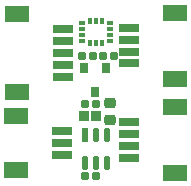
<source format=gbr>
%TF.GenerationSoftware,Altium Limited,Altium Designer,25.8.1 (18)*%
G04 Layer_Color=16711935*
%FSLAX45Y45*%
%MOMM*%
%TF.SameCoordinates,FA375CC0-2FD2-4ECC-8A36-5D8544C57DAF*%
%TF.FilePolarity,Negative*%
%TF.FileFunction,Soldermask,Bot*%
%TF.Part,Single*%
G01*
G75*
%TA.AperFunction,SMDPad,CuDef*%
G04:AMPARAMS|DCode=24|XSize=1.23971mm|YSize=0.52583mm|CornerRadius=0.26292mm|HoleSize=0mm|Usage=FLASHONLY|Rotation=270.000|XOffset=0mm|YOffset=0mm|HoleType=Round|Shape=RoundedRectangle|*
%AMROUNDEDRECTD24*
21,1,1.23971,0.00000,0,0,270.0*
21,1,0.71388,0.52583,0,0,270.0*
1,1,0.52583,0.00000,-0.35694*
1,1,0.52583,0.00000,0.35694*
1,1,0.52583,0.00000,0.35694*
1,1,0.52583,0.00000,-0.35694*
%
%ADD24ROUNDEDRECTD24*%
%ADD28R,0.52583X1.23971*%
G04:AMPARAMS|DCode=36|XSize=0.9632mm|YSize=0.8636mm|CornerRadius=0.18415mm|HoleSize=0mm|Usage=FLASHONLY|Rotation=180.000|XOffset=0mm|YOffset=0mm|HoleType=Round|Shape=RoundedRectangle|*
%AMROUNDEDRECTD36*
21,1,0.96320,0.49530,0,0,180.0*
21,1,0.59490,0.86360,0,0,180.0*
1,1,0.36830,-0.29745,0.24765*
1,1,0.36830,0.29745,0.24765*
1,1,0.36830,0.29745,-0.24765*
1,1,0.36830,-0.29745,-0.24765*
%
%ADD36ROUNDEDRECTD36*%
%ADD38R,1.75320X0.80320*%
G04:AMPARAMS|DCode=40|XSize=0.7532mm|YSize=0.7032mm|CornerRadius=0.1641mm|HoleSize=0mm|Usage=FLASHONLY|Rotation=90.000|XOffset=0mm|YOffset=0mm|HoleType=Round|Shape=RoundedRectangle|*
%AMROUNDEDRECTD40*
21,1,0.75320,0.37500,0,0,90.0*
21,1,0.42500,0.70320,0,0,90.0*
1,1,0.32820,0.18750,0.21250*
1,1,0.32820,0.18750,-0.21250*
1,1,0.32820,-0.18750,-0.21250*
1,1,0.32820,-0.18750,0.21250*
%
%ADD40ROUNDEDRECTD40*%
%ADD43R,0.85320X0.85320*%
%ADD45R,2.00320X1.40320*%
%ADD46R,0.35000X0.57500*%
%ADD47R,0.80320X0.90320*%
%ADD48R,0.57500X0.35000*%
D24*
X3066800Y2347250D02*
D03*
Y2580350D02*
D03*
X2971800D02*
D03*
Y2347250D02*
D03*
X2876800D02*
D03*
D28*
Y2580350D02*
D03*
D36*
X3086100Y2711300D02*
D03*
Y2851300D02*
D03*
D38*
X3251200Y3190100D02*
D03*
Y2589200D02*
D03*
Y2389200D02*
D03*
X2692400Y3476600D02*
D03*
X2683400Y2614600D02*
D03*
X3251200Y3490100D02*
D03*
Y3390100D02*
D03*
Y3290100D02*
D03*
X2683400Y2414600D02*
D03*
X2692400Y3176600D02*
D03*
Y3076600D02*
D03*
X2683400Y2514600D02*
D03*
X2692400Y3276600D02*
D03*
Y3376600D02*
D03*
X3251200Y2689200D02*
D03*
Y2489200D02*
D03*
D40*
X2940600Y3251200D02*
D03*
X2850600D02*
D03*
X3028400D02*
D03*
X2966000Y2844800D02*
D03*
X3118400Y3251200D02*
D03*
X2966000Y2235200D02*
D03*
X2876000D02*
D03*
Y2844800D02*
D03*
D43*
X2971000Y2743200D02*
D03*
X2871000D02*
D03*
D45*
X3638700Y3060100D02*
D03*
Y3620100D02*
D03*
X2304900Y3606600D02*
D03*
Y2946600D02*
D03*
X3638700Y2259200D02*
D03*
Y2819200D02*
D03*
X2295900Y2284600D02*
D03*
Y2744600D02*
D03*
D46*
X2971800Y3363150D02*
D03*
X3021800D02*
D03*
X2971800Y3545650D02*
D03*
X2921800D02*
D03*
X3021800D02*
D03*
X2921800Y3363150D02*
D03*
D47*
X2864100Y3148000D02*
D03*
X3054100D02*
D03*
X2959100Y2948000D02*
D03*
D48*
X2855550Y3379400D02*
D03*
X3088050Y3529400D02*
D03*
X2855550Y3429400D02*
D03*
Y3479400D02*
D03*
Y3529400D02*
D03*
X3088050Y3479400D02*
D03*
Y3429400D02*
D03*
Y3379400D02*
D03*
%TF.MD5,34cb5c7cc28f5fb72ec1f22b63caf2b6*%
M02*

</source>
